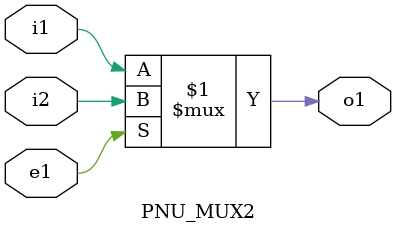
<source format=v>
/***********************
*
* Jong-gyu Park
* pjk5401@gmail.com
* 2016/09/02
*
***********************/

module PNU_MUX2(i1, i2, e1, o1);
    input i1, i2, e1;
    output o1;
    assign o1 = e1 ? i2 : i1;
endmodule
</source>
